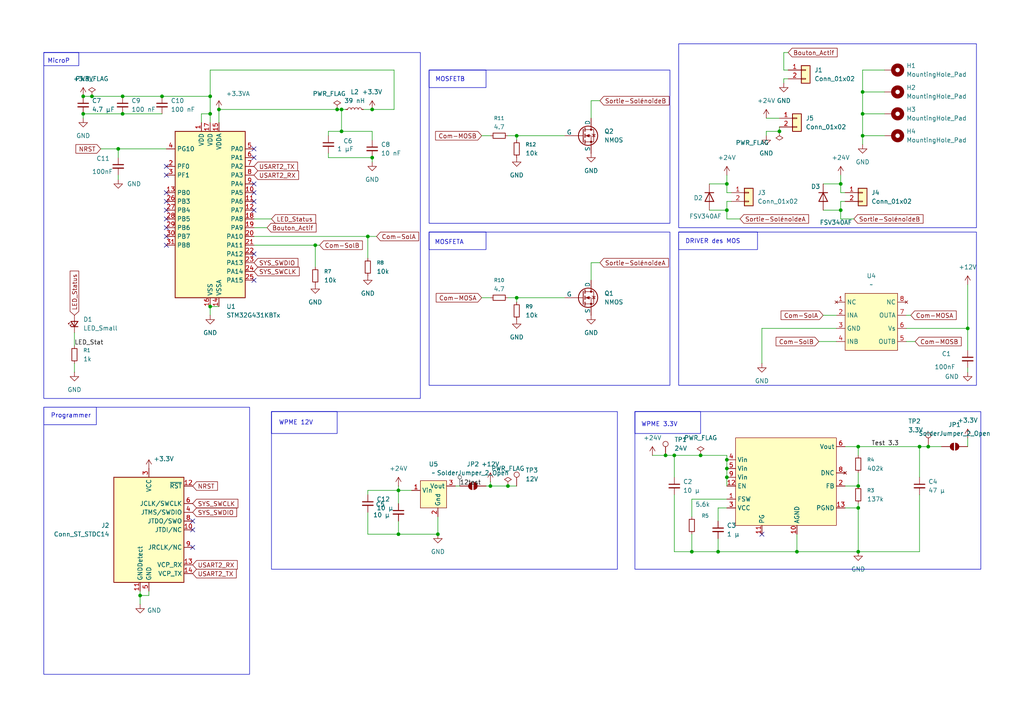
<source format=kicad_sch>
(kicad_sch (version 20250114) (generator "eeschema") (generator_version "9.0")
  (paper "A4")
  (title_block (title "PCB_Solénoide") (company "ENSEA") (comment 1 "Léonard Navizet") (comment 2 "Johan Mansard") (comment 3 "Julie Deissard-Decot") (comment 4 "Maxime Beltoise"))
  (lib_symbols
    (symbol "Connector:Conn_ST_STDC14"
      (property "Reference" "J" (at -8.89 16.51 0))
      (property "Value" "Conn_ST_STDC14" (at 17.78 16.51 0))
      (symbol "Conn_ST_STDC14_1_1"
        (pin no_connect line (at -10.16 5.08 0) (length 2.54) (hide yes) (name "NC") (number "1"))
        (pin no_connect line (at -10.16 2.54 0) (length 2.54) (hide yes) (name "NC") (number "2"))
        (pin passive line (at -2.54 -17.78 90) (length 2.54) (name "GNDDetect") (number "11"))
        (pin power_in line (at 0 17.78 270) (length 2.54) (name "VCC") (number "3"))
        (pin power_in line (at 0 -17.78 90) (length 2.54) (name "GND") (number "5"))
        (pin passive line (at 0 -17.78 90) (length 2.54) (hide yes) (name "GND") (number "7"))
        (pin open_collector line (at 12.7 12.7 180) (length 2.54) (name "~{RST}") (number "12"))
        (pin output line (at 12.7 7.62 180) (length 2.54) (name "JCLK/SWCLK") (number "6"))
        (pin bidirectional line (at 12.7 5.08 180) (length 2.54) (name "JTMS/SWDIO") (number "4"))
        (pin input line (at 12.7 2.54 180) (length 2.54) (name "JTDO/SWO") (number "8"))
        (pin output line (at 12.7 0 180) (length 2.54) (name "JTDI/NC") (number "10"))
        (pin input line (at 12.7 -5.08 180) (length 2.54) (name "JRCLK/NC") (number "9"))
        (pin output line (at 12.7 -10.16 180) (length 2.54) (name "VCP_RX") (number "13"))
        (pin input line (at 12.7 -12.7 180) (length 2.54) (name "VCP_TX") (number "14"))
      )
    )
    (symbol "Connector:TestPoint" (pin_numbers (hide yes)) (pin_names (offset 0.762) (hide yes))
      (property "Reference" "TP" (at 0 6.858 0))
      (property "Value" "TestPoint" (at 0 5.08 0))
      (symbol "TestPoint_1_1"
        (pin passive line (at 0 0 90) (length 2.54) (name "1") (number "1"))
      )
    )
    (symbol "Connector_Generic:Conn_01x02" (pin_names (offset 1.016) (hide yes))
      (property "Reference" "J" (at 0 2.54 0))
      (property "Value" "Conn_01x02" (at 0 -5.08 0))
      (symbol "Conn_01x02_1_1"
        (pin passive line (at -5.08 0 0) (length 3.81) (name "Pin_1") (number "1"))
        (pin passive line (at -5.08 -2.54 0) (length 3.81) (name "Pin_2") (number "2"))
      )
    )
    (symbol "Device:C_Small" (pin_numbers (hide yes)) (pin_names (offset 0.254) (hide yes))
      (property "Reference" "C" (at 0.254 1.778 0))
      (property "Value" "C_Small" (at 0.254 -2.032 0))
      (symbol "C_Small_1_1"
        (pin passive line (at 0 2.54 270) (length 2.032) (name "~") (number "1"))
        (pin passive line (at 0 -2.54 90) (length 2.032) (name "~") (number "2"))
      )
    )
    (symbol "Device:LED_Small" (pin_numbers (hide yes)) (pin_names (offset 0.254) (hide yes))
      (property "Reference" "D" (at -1.27 3.175 0))
      (property "Value" "LED_Small" (at -4.445 -2.54 0))
      (symbol "LED_Small_1_1"
        (pin passive line (at -2.54 0 0) (length 1.778) (name "K") (number "1"))
        (pin passive line (at 2.54 0 180) (length 1.778) (name "A") (number "2"))
      )
    )
    (symbol "Device:L_Small" (pin_numbers (hide yes)) (pin_names (offset 0.254) (hide yes))
      (property "Reference" "L" (at 0.762 1.016 0))
      (property "Value" "L_Small" (at 0.762 -1.016 0))
      (symbol "L_Small_1_1"
        (pin passive line (at 0 2.54 270) (length 0.508) (name "~") (number "1"))
        (pin passive line (at 0 -2.54 90) (length 0.508) (name "~") (number "2"))
      )
    )
    (symbol "Diode:1N4148WS" (pin_numbers (hide yes)) (pin_names (hide yes))
      (property "Reference" "D" (at 0 2.54 0))
      (property "Value" "1N4148WS" (at 0 -2.54 0))
      (symbol "1N4148WS_1_1"
        (pin passive line (at -3.81 0 0) (length 2.54) (name "K") (number "1"))
        (pin passive line (at 3.81 0 180) (length 2.54) (name "A") (number "2"))
      )
    )
    (symbol "Jumper:SolderJumper_2_Open" (pin_numbers (hide yes)) (pin_names (offset 0) (hide yes)) (in_bom no)
      (property "Reference" "JP" (at 0 2.032 0))
      (property "Value" "SolderJumper_2_Open" (at 0 -2.54 0))
      (symbol "SolderJumper_2_Open_1_1"
        (pin passive line (at -3.81 0 0) (length 2.54) (name "A") (number "1"))
        (pin passive line (at 3.81 0 180) (length 2.54) (name "B") (number "2"))
      )
    )
    (symbol "Lib:173951275_"
      (property "Reference" "U5" (at 0 7.62 0))
      (property "Value" "~" (at 0 5.08 0))
      (symbol "173951275__1_1"
        (pin power_in line (at -6.35 0 0) (length 2.54) (name "Vin") (number "1"))
        (pin passive line (at 1.27 -7.62 90) (length 2.54) (name "Gnd") (number "2"))
        (pin power_out line (at 6.35 1.27 180) (length 2.54) (name "Vout") (number "3"))
      )
    )
    (symbol "Lib:MCP1640x-xMC"
      (symbol "MCP1640x-xMC_1_1"
        (pin power_in line (at -20.32 101.6 0) (length 2.54) (name "Vin") (number "4"))
        (pin power_in line (at -20.32 99.06 0) (length 2.54) (name "Vin") (number "5"))
        (pin power_in line (at -20.32 96.52 0) (length 2.54) (name "Vin") (number "9"))
        (pin input line (at -20.32 93.98 0) (length 2.54) (name "EN") (number "12"))
        (pin input line (at -20.32 90.17 0) (length 2.54) (name "FSW") (number "1"))
        (pin power_out line (at -20.32 87.63 0) (length 2.54) (name "VCC") (number "3"))
        (pin output line (at -10.16 80.01 90) (length 2.54) (name "PG") (number "11"))
        (pin power_in line (at 0 80.01 90) (length 2.54) (name "AGND") (number "10"))
        (pin power_out line (at 13.97 105.41 180) (length 2.54) (name "Vout") (number "6"))
        (pin power_out line (at 13.97 105.41 180) (length 2.54) (hide yes) (name "Vout") (number "7"))
        (pin no_connect line (at 13.97 97.79 180) (length 2.54) (name "DNC") (number "8"))
        (pin input line (at 13.97 93.98 180) (length 2.54) (name "FB") (number "2"))
        (pin passive line (at 13.97 87.63 180) (length 2.54) (name "PGND") (number "13"))
      )
    )
    (symbol "Lib:MIC4426"
      (property "Reference" "U4" (at 0 12.7 0))
      (property "Value" "~" (at 0 10.16 0))
      (symbol "MIC4426_1_1"
        (pin no_connect line (at -10.16 5.08 0) (length 2.54) (name "NC") (number "1"))
        (pin input line (at -10.16 1.27 0) (length 2.54) (name "INA") (number "2"))
        (pin input line (at -10.16 -2.54 0) (length 2.54) (name "GND") (number "3"))
        (pin input line (at -10.16 -6.35 0) (length 2.54) (name "INB") (number "4"))
        (pin no_connect line (at 10.16 5.08 180) (length 2.54) (name "NC") (number "8"))
        (pin output line (at 10.16 1.27 180) (length 2.54) (name "OUTA") (number "7"))
        (pin input line (at 10.16 -2.54 180) (length 2.54) (name "Vs") (number "6"))
        (pin output line (at 10.16 -6.35 180) (length 2.54) (name "OUTB") (number "5"))
      )
    )
    (symbol "MCU_ST_STM32G4:STM32G431KBTx"
      (property "Reference" "U" (at -10.16 26.67 0))
      (property "Value" "STM32G431KBTx" (at 5.08 26.67 0))
      (symbol "STM32G431KBTx_1_1"
        (pin bidirectional line (at -12.7 20.32 0) (length 2.54) (name "PG10") (number "4"))
        (pin bidirectional line (at -12.7 15.24 0) (length 2.54) (name "PF0") (number "2"))
        (pin bidirectional line (at -12.7 12.7 0) (length 2.54) (name "PF1") (number "3"))
        (pin bidirectional line (at -12.7 7.62 0) (length 2.54) (name "PB0") (number "13"))
        (pin bidirectional line (at -12.7 5.08 0) (length 2.54) (name "PB3") (number "26"))
        (pin bidirectional line (at -12.7 2.54 0) (length 2.54) (name "PB4") (number "27"))
        (pin bidirectional line (at -12.7 0 0) (length 2.54) (name "PB5") (number "28"))
        (pin bidirectional line (at -12.7 -2.54 0) (length 2.54) (name "PB6") (number "29"))
        (pin bidirectional line (at -12.7 -5.08 0) (length 2.54) (name "PB7") (number "30"))
        (pin bidirectional line (at -12.7 -7.62 0) (length 2.54) (name "PB8") (number "31"))
        (pin power_in line (at -2.54 27.94 270) (length 2.54) (name "VDD") (number "1"))
        (pin power_in line (at 0 27.94 270) (length 2.54) (name "VDD") (number "17"))
        (pin power_in line (at 0 -25.4 90) (length 2.54) (name "VSS") (number "16"))
        (pin passive line (at 0 -25.4 90) (length 2.54) (hide yes) (name "VSS") (number "32"))
        (pin power_in line (at 2.54 27.94 270) (length 2.54) (name "VDDA") (number "15"))
        (pin power_in line (at 2.54 -25.4 90) (length 2.54) (name "VSSA") (number "14"))
        (pin bidirectional line (at 12.7 20.32 180) (length 2.54) (name "PA0") (number "5"))
        (pin bidirectional line (at 12.7 17.78 180) (length 2.54) (name "PA1") (number "6"))
        (pin bidirectional line (at 12.7 15.24 180) (length 2.54) (name "PA2") (number "7"))
        (pin bidirectional line (at 12.7 12.7 180) (length 2.54) (name "PA3") (number "8"))
        (pin bidirectional line (at 12.7 10.16 180) (length 2.54) (name "PA4") (number "9"))
        (pin bidirectional line (at 12.7 7.62 180) (length 2.54) (name "PA5") (number "10"))
        (pin bidirectional line (at 12.7 5.08 180) (length 2.54) (name "PA6") (number "11"))
        (pin bidirectional line (at 12.7 2.54 180) (length 2.54) (name "PA7") (number "12"))
        (pin bidirectional line (at 12.7 0 180) (length 2.54) (name "PA8") (number "18"))
        (pin bidirectional line (at 12.7 -2.54 180) (length 2.54) (name "PA9") (number "19"))
        (pin bidirectional line (at 12.7 -5.08 180) (length 2.54) (name "PA10") (number "20"))
        (pin bidirectional line (at 12.7 -7.62 180) (length 2.54) (name "PA11") (number "21"))
        (pin bidirectional line (at 12.7 -10.16 180) (length 2.54) (name "PA12") (number "22"))
        (pin bidirectional line (at 12.7 -12.7 180) (length 2.54) (name "PA13") (number "23"))
        (pin bidirectional line (at 12.7 -15.24 180) (length 2.54) (name "PA14") (number "24"))
        (pin bidirectional line (at 12.7 -17.78 180) (length 2.54) (name "PA15") (number "25"))
      )
    )
    (symbol "Mechanical:MountingHole_Pad" (pin_numbers (hide yes)) (pin_names (offset 1.016) (hide yes)) (exclude_from_sim yes) (in_bom no)
      (property "Reference" "H" (at 0 6.35 0))
      (property "Value" "MountingHole_Pad" (at 0 4.445 0))
      (symbol "MountingHole_Pad_1_1"
        (pin input line (at 0 -2.54 90) (length 2.54) (name "1") (number "1"))
      )
    )
    (symbol "R_Small_1" (pin_numbers (hide yes)) (pin_names (offset 0.254) (hide yes))
      (property "Reference" "R" (at 0 0 90))
      (property "Value" "R_Small" (at 1.778 0 90))
      (symbol "R_Small_1_1_1"
        (pin passive line (at 0 2.54 270) (length 0.762) (name "~") (number "1"))
        (pin passive line (at 0 -2.54 90) (length 0.762) (name "~") (number "2"))
      )
    )
    (symbol "R_Small_2" (pin_numbers (hide yes)) (pin_names (offset 0.254) (hide yes))
      (property "Reference" "R" (at 0 0 90))
      (property "Value" "R_Small" (at 1.778 0 90))
      (symbol "R_Small_2_1_1"
        (pin passive line (at 0 2.54 270) (length 0.762) (name "~") (number "1"))
        (pin passive line (at 0 -2.54 90) (length 0.762) (name "~") (number "2"))
      )
    )
    (symbol "Simulation_SPICE:NMOS" (pin_numbers (hide yes)) (pin_names (offset 0))
      (property "Reference" "Q" (at 5.08 1.27 0))
      (property "Value" "NMOS" (at 5.08 -1.27 0))
      (symbol "NMOS_1_1"
        (pin input line (at -5.08 0 0) (length 2.54) (name "G") (number "2"))
        (pin passive line (at 2.54 5.08 270) (length 2.54) (name "D") (number "1"))
        (pin passive line (at 2.54 -5.08 90) (length 2.54) (name "S") (number "3"))
      )
    )
    (symbol "power:+12V" (power) (pin_numbers (hide yes)) (pin_names (offset 0) (hide yes))
      (property "Value" "+12V" (at 0 3.556 0))
      (symbol "+12V_1_1"
        (pin power_in line (at 0 0 90) (length 0) (name "~") (number "1"))
      )
    )
    (symbol "power:+24V" (power) (pin_numbers (hide yes)) (pin_names (offset 0) (hide yes))
      (property "Value" "+24V" (at 0 3.556 0))
      (symbol "+24V_1_1"
        (pin power_in line (at 0 0 90) (length 0) (name "~") (number "1"))
      )
    )
    (symbol "power:+3.3V" (power) (pin_numbers (hide yes)) (pin_names (offset 0) (hide yes))
      (property "Value" "+3.3V" (at 0 3.556 0))
      (symbol "+3.3V_1_1"
        (pin power_in line (at 0 0 90) (length 0) (name "~") (number "1"))
      )
    )
    (symbol "power:+3.3VA" (power) (pin_numbers (hide yes)) (pin_names (offset 0) (hide yes))
      (property "Value" "+3.3VA" (at 0 3.556 0))
      (symbol "+3.3VA_1_1"
        (pin power_in line (at 0 0 90) (length 0) (name "~") (number "1"))
      )
    )
    (symbol "power:GND" (power) (pin_numbers (hide yes)) (pin_names (offset 0) (hide yes))
      (property "Value" "GND" (at 0 -3.81 0))
      (symbol "GND_1_1"
        (pin power_in line (at 0 0 270) (length 0) (name "~") (number "1"))
      )
    )
    (symbol "power:PWR_FLAG" (power) (pin_numbers (hide yes)) (pin_names (offset 0) (hide yes))
      (property "Value" "PWR_FLAG" (at 0 3.81 0))
      (symbol "PWR_FLAG_0_0"
        (pin power_out line (at 0 0 90) (length 0) (name "~") (number "1"))
      )
    )
  )
  (rectangle (start 78.74 119.38) (end 179.07 165.1))
  (rectangle (start 124.46 67.31) (end 194.31 111.76))
  (rectangle (start 184.15 119.38) (end 203.2 125.73))
  (rectangle (start 124.46 20.32) (end 140.97 25.4))
  (rectangle (start 196.85 67.31) (end 219.71 72.39))
  (rectangle (start 12.7 118.11) (end 27.94 123.19))
  (rectangle (start 184.15 119.38) (end 284.48 165.1))
  (rectangle (start 124.46 67.31) (end 140.97 72.39))
  (rectangle (start 12.7 15.24) (end 22.86 19.05))
  (rectangle (start 196.85 12.7) (end 283.21 66.04))
  (rectangle (start 12.7 118.11) (end 72.39 195.58))
  (rectangle (start 78.74 119.38) (end 97.79 125.73))
  (rectangle (start 12.7 15.24) (end 121.92 115.57))
  (rectangle (start 124.46 20.32) (end 194.31 64.77))
  (rectangle (start 196.85 67.31) (end 283.21 111.76))
  (text "MOSFETB\n\n" (at 130.556 24.13 0) (effects (font (size 1.27 1.27))))
  (text "WPME 3.3V\n\n" (at 191.262 124.206 0) (effects (font (size 1.27 1.27))))
  (text "WPME 12V\n\n" (at 85.852 123.698 0) (effects (font (size 1.27 1.27))))
  (text "DRIVER des MOS\n\n" (at 206.756 71.12 0) (effects (font (size 1.27 1.27))))
  (text "MicroP\n" (at 17.018 17.78 0) (effects (font (size 1.27 1.27))))
  (text "MOSFETA\n" (at 130.302 70.358 0) (effects (font (size 1.27 1.27))))
  (text "Programmer\n" (at 20.574 120.65 0) (effects (font (size 1.27 1.27))))
  (junction (at 210.82 53.34))
  (junction (at 115.57 154.94))
  (junction (at 97.79 31.75))
  (junction (at 149.86 86.36))
  (junction (at 243.84 53.34))
  (junction (at 99.06 31.75))
  (junction (at 115.57 142.24))
  (junction (at 210.82 133.35))
  (junction (at 248.92 140.97))
  (junction (at 142.24 140.97))
  (junction (at 231.14 160.02))
  (junction (at 35.56 27.94))
  (junction (at 149.86 39.37))
  (junction (at 26.67 27.94))
  (junction (at 60.96 27.94))
  (junction (at 107.95 31.75))
  (junction (at 107.95 45.72))
  (junction (at 193.04 132.08))
  (junction (at 203.2 132.08))
  (junction (at 24.13 27.94))
  (junction (at 60.96 33.02))
  (junction (at 35.56 33.02))
  (junction (at 24.13 33.02))
  (junction (at 91.44 71.12))
  (junction (at 248.92 160.02))
  (junction (at 248.92 147.32))
  (junction (at 243.84 60.96))
  (junction (at 34.29 43.18))
  (junction (at 226.06 38.1))
  (junction (at 40.64 172.72))
  (junction (at 248.92 129.54))
  (junction (at 269.24 129.54))
  (junction (at 99.06 38.1))
  (junction (at 208.28 160.02))
  (junction (at 147.32 140.97))
  (junction (at 106.68 68.58))
  (junction (at 210.82 138.43))
  (junction (at 200.66 160.02))
  (junction (at 280.67 95.25))
  (junction (at 250.19 33.02))
  (junction (at 250.19 39.37))
  (junction (at 250.19 26.67))
  (junction (at 63.5 31.75))
  (junction (at 210.82 60.96))
  (junction (at 46.99 27.94))
  (junction (at 266.7 129.54))
  (junction (at 60.96 88.9))
  (junction (at 210.82 135.89))
  (junction (at 127 154.94))
  (junction (at 195.58 132.08))
  (no_connect (at 73.66 60.96))
  (no_connect (at 55.88 153.67))
  (no_connect (at 220.98 154.94))
  (no_connect (at 55.88 158.75))
  (no_connect (at 48.26 48.26))
  (no_connect (at 48.26 71.12))
  (no_connect (at 48.26 68.58))
  (no_connect (at 73.66 58.42))
  (no_connect (at 73.66 81.28))
  (no_connect (at 48.26 60.96))
  (no_connect (at 48.26 50.8))
  (no_connect (at 48.26 66.04))
  (no_connect (at 48.26 63.5))
  (no_connect (at 48.26 58.42))
  (no_connect (at 48.26 55.88))
  (no_connect (at 55.88 151.13))
  (no_connect (at 73.66 45.72))
  (no_connect (at 73.66 43.18))
  (no_connect (at 73.66 73.66))
  (no_connect (at 73.66 55.88))
  (no_connect (at 73.66 53.34))
  (wire (pts (xy 250.19 20.32) (xy 250.19 26.67)))
  (wire (pts (xy 243.84 50.8) (xy 243.84 53.34)))
  (wire (pts (xy 29.21 43.18) (xy 34.29 43.18)))
  (wire (pts (xy 245.11 147.32) (xy 248.92 147.32)))
  (wire (pts (xy 226.06 38.1) (xy 222.25 38.1)))
  (wire (pts (xy 139.7 86.36) (xy 142.24 86.36)))
  (wire (pts (xy 266.7 129.54) (xy 266.7 138.43)))
  (wire (pts (xy 149.86 39.37) (xy 163.83 39.37)))
  (wire (pts (xy 195.58 132.08) (xy 195.58 138.43)))
  (wire (pts (xy 149.86 86.36) (xy 147.32 86.36)))
  (wire (pts (xy 139.7 39.37) (xy 142.24 39.37)))
  (wire (pts (xy 43.18 171.45) (xy 43.18 172.72)))
  (wire (pts (xy 34.29 43.18) (xy 48.26 43.18)))
  (wire (pts (xy 149.86 39.37) (xy 149.86 40.64)))
  (wire (pts (xy 256.54 26.67) (xy 250.19 26.67)))
  (wire (pts (xy 266.7 129.54) (xy 269.24 129.54)))
  (wire (pts (xy 269.24 129.54) (xy 273.05 129.54)))
  (wire (pts (xy 210.82 60.96) (xy 210.82 63.5)))
  (wire (pts (xy 40.64 172.72) (xy 40.64 175.26)))
  (wire (pts (xy 107.95 31.75) (xy 114.3 31.75)))
  (wire (pts (xy 106.68 148.59) (xy 106.68 154.94)))
  (wire (pts (xy 248.92 129.54) (xy 248.92 132.08)))
  (wire (pts (xy 24.13 33.02) (xy 35.56 33.02)))
  (wire (pts (xy 63.5 31.75) (xy 97.79 31.75)))
  (wire (pts (xy 245.11 140.97) (xy 248.92 140.97)))
  (wire (pts (xy 149.86 86.36) (xy 149.86 87.63)))
  (wire (pts (xy 238.76 53.34) (xy 243.84 53.34)))
  (wire (pts (xy 77.47 66.04) (xy 73.66 66.04)))
  (wire (pts (xy 264.16 91.44) (xy 262.89 91.44)))
  (wire (pts (xy 262.89 99.06) (xy 265.43 99.06)))
  (wire (pts (xy 43.18 172.72) (xy 40.64 172.72)))
  (wire (pts (xy 210.82 135.89) (xy 210.82 138.43)))
  (wire (pts (xy 115.57 142.24) (xy 115.57 140.97)))
  (wire (pts (xy 210.82 133.35) (xy 210.82 135.89)))
  (wire (pts (xy 99.06 31.75) (xy 99.06 38.1)))
  (wire (pts (xy 228.6 22.86) (xy 227.33 22.86)))
  (wire (pts (xy 256.54 20.32) (xy 250.19 20.32)))
  (wire (pts (xy 140.97 140.97) (xy 142.24 140.97)))
  (wire (pts (xy 109.22 68.58) (xy 106.68 68.58)))
  (wire (pts (xy 212.09 58.42) (xy 210.82 58.42)))
  (wire (pts (xy 35.56 27.94) (xy 46.99 27.94)))
  (wire (pts (xy 58.42 33.02) (xy 58.42 35.56)))
  (wire (pts (xy 95.25 44.45) (xy 95.25 45.72)))
  (wire (pts (xy 106.68 142.24) (xy 106.68 143.51)))
  (wire (pts (xy 210.82 132.08) (xy 210.82 133.35)))
  (wire (pts (xy 34.29 50.8) (xy 34.29 52.07)))
  (wire (pts (xy 222.25 34.29) (xy 226.06 34.29)))
  (wire (pts (xy 280.67 106.68) (xy 280.67 107.95)))
  (wire (pts (xy 171.45 76.2) (xy 171.45 81.28)))
  (wire (pts (xy 21.59 96.52) (xy 21.59 100.33)))
  (wire (pts (xy 115.57 142.24) (xy 119.38 142.24)))
  (wire (pts (xy 200.66 144.78) (xy 200.66 149.86)))
  (wire (pts (xy 266.7 160.02) (xy 248.92 160.02)))
  (wire (pts (xy 210.82 53.34) (xy 210.82 55.88)))
  (wire (pts (xy 200.66 154.94) (xy 200.66 160.02)))
  (wire (pts (xy 147.32 140.97) (xy 149.86 140.97)))
  (wire (pts (xy 238.76 91.44) (xy 242.57 91.44)))
  (wire (pts (xy 227.33 20.32) (xy 228.6 20.32)))
  (wire (pts (xy 195.58 160.02) (xy 195.58 143.51)))
  (wire (pts (xy 193.04 132.08) (xy 195.58 132.08)))
  (wire (pts (xy 256.54 33.02) (xy 250.19 33.02)))
  (wire (pts (xy 115.57 146.05) (xy 115.57 142.24)))
  (wire (pts (xy 115.57 151.13) (xy 115.57 154.94)))
  (wire (pts (xy 78.74 63.5) (xy 73.66 63.5)))
  (wire (pts (xy 243.84 60.96) (xy 243.84 63.5)))
  (wire (pts (xy 149.86 39.37) (xy 147.32 39.37)))
  (wire (pts (xy 60.96 88.9) (xy 60.96 91.44)))
  (wire (pts (xy 208.28 160.02) (xy 231.14 160.02)))
  (wire (pts (xy 40.64 171.45) (xy 40.64 172.72)))
  (wire (pts (xy 210.82 50.8) (xy 210.82 53.34)))
  (wire (pts (xy 245.11 58.42) (xy 243.84 58.42)))
  (wire (pts (xy 205.74 60.96) (xy 210.82 60.96)))
  (wire (pts (xy 250.19 39.37) (xy 256.54 39.37)))
  (wire (pts (xy 250.19 33.02) (xy 250.19 39.37)))
  (wire (pts (xy 106.68 154.94) (xy 115.57 154.94)))
  (wire (pts (xy 208.28 147.32) (xy 208.28 151.13)))
  (wire (pts (xy 189.23 132.08) (xy 193.04 132.08)))
  (wire (pts (xy 262.89 95.25) (xy 280.67 95.25)))
  (wire (pts (xy 245.11 129.54) (xy 248.92 129.54)))
  (wire (pts (xy 243.84 58.42) (xy 243.84 60.96)))
  (wire (pts (xy 231.14 154.94) (xy 231.14 160.02)))
  (wire (pts (xy 34.29 43.18) (xy 34.29 45.72)))
  (wire (pts (xy 60.96 35.56) (xy 60.96 33.02)))
  (wire (pts (xy 220.98 105.41) (xy 220.98 95.25)))
  (wire (pts (xy 24.13 27.94) (xy 26.67 27.94)))
  (wire (pts (xy 73.66 71.12) (xy 91.44 71.12)))
  (wire (pts (xy 21.59 107.95) (xy 21.59 105.41)))
  (wire (pts (xy 280.67 127) (xy 280.67 129.54)))
  (wire (pts (xy 195.58 132.08) (xy 203.2 132.08)))
  (wire (pts (xy 228.6 15.24) (xy 227.33 15.24)))
  (wire (pts (xy 248.92 129.54) (xy 266.7 129.54)))
  (wire (pts (xy 26.67 27.94) (xy 35.56 27.94)))
  (wire (pts (xy 60.96 20.32) (xy 114.3 20.32)))
  (wire (pts (xy 227.33 15.24) (xy 227.33 20.32)))
  (wire (pts (xy 60.96 33.02) (xy 58.42 33.02)))
  (wire (pts (xy 107.95 40.64) (xy 107.95 38.1)))
  (wire (pts (xy 106.68 68.58) (xy 106.68 74.93)))
  (wire (pts (xy 133.35 140.97) (xy 132.08 140.97)))
  (wire (pts (xy 24.13 33.02) (xy 24.13 34.29)))
  (wire (pts (xy 60.96 33.02) (xy 60.96 27.94)))
  (wire (pts (xy 97.79 31.75) (xy 99.06 31.75)))
  (wire (pts (xy 208.28 147.32) (xy 210.82 147.32)))
  (wire (pts (xy 114.3 20.32) (xy 114.3 31.75)))
  (wire (pts (xy 60.96 27.94) (xy 60.96 20.32)))
  (wire (pts (xy 173.99 76.2) (xy 171.45 76.2)))
  (wire (pts (xy 107.95 38.1) (xy 99.06 38.1)))
  (wire (pts (xy 222.25 38.1) (xy 222.25 39.37)))
  (wire (pts (xy 203.2 132.08) (xy 210.82 132.08)))
  (wire (pts (xy 63.5 31.75) (xy 63.5 35.56)))
  (wire (pts (xy 171.45 29.21) (xy 171.45 34.29)))
  (wire (pts (xy 91.44 71.12) (xy 92.71 71.12)))
  (wire (pts (xy 107.95 45.72) (xy 107.95 46.99)))
  (wire (pts (xy 142.24 140.97) (xy 142.24 139.7)))
  (wire (pts (xy 227.33 22.86) (xy 227.33 24.13)))
  (wire (pts (xy 205.74 53.34) (xy 210.82 53.34)))
  (wire (pts (xy 266.7 143.51) (xy 266.7 160.02)))
  (wire (pts (xy 115.57 154.94) (xy 127 154.94)))
  (wire (pts (xy 237.49 99.06) (xy 242.57 99.06)))
  (wire (pts (xy 248.92 146.05) (xy 248.92 147.32)))
  (wire (pts (xy 250.19 39.37) (xy 250.19 41.91)))
  (wire (pts (xy 95.25 45.72) (xy 107.95 45.72)))
  (wire (pts (xy 248.92 147.32) (xy 248.92 160.02)))
  (wire (pts (xy 208.28 156.21) (xy 208.28 160.02)))
  (wire (pts (xy 142.24 140.97) (xy 147.32 140.97)))
  (wire (pts (xy 173.99 29.21) (xy 171.45 29.21)))
  (wire (pts (xy 106.68 68.58) (xy 73.66 68.58)))
  (wire (pts (xy 248.92 137.16) (xy 248.92 140.97)))
  (wire (pts (xy 226.06 38.1) (xy 226.06 36.83)))
  (wire (pts (xy 280.67 82.55) (xy 280.67 95.25)))
  (wire (pts (xy 247.65 63.5) (xy 243.84 63.5)))
  (wire (pts (xy 220.98 95.25) (xy 242.57 95.25)))
  (wire (pts (xy 200.66 160.02) (xy 208.28 160.02)))
  (wire (pts (xy 231.14 160.02) (xy 248.92 160.02)))
  (wire (pts (xy 99.06 38.1) (xy 95.25 38.1)))
  (wire (pts (xy 243.84 55.88) (xy 245.11 55.88)))
  (wire (pts (xy 115.57 142.24) (xy 106.68 142.24)))
  (wire (pts (xy 210.82 55.88) (xy 212.09 55.88)))
  (wire (pts (xy 200.66 144.78) (xy 210.82 144.78)))
  (wire (pts (xy 214.63 63.5) (xy 210.82 63.5)))
  (wire (pts (xy 99.06 31.75) (xy 100.33 31.75)))
  (wire (pts (xy 60.96 88.9) (xy 63.5 88.9)))
  (wire (pts (xy 105.41 31.75) (xy 107.95 31.75)))
  (wire (pts (xy 95.25 38.1) (xy 95.25 39.37)))
  (wire (pts (xy 149.86 86.36) (xy 163.83 86.36)))
  (wire (pts (xy 35.56 33.02) (xy 46.99 33.02)))
  (wire (pts (xy 243.84 53.34) (xy 243.84 55.88)))
  (wire (pts (xy 210.82 138.43) (xy 210.82 140.97)))
  (wire (pts (xy 280.67 95.25) (xy 280.67 101.6)))
  (wire (pts (xy 195.58 160.02) (xy 200.66 160.02)))
  (wire (pts (xy 250.19 26.67) (xy 250.19 33.02)))
  (wire (pts (xy 127 154.94) (xy 127 149.86)))
  (wire (pts (xy 210.82 58.42) (xy 210.82 60.96)))
  (wire (pts (xy 46.99 27.94) (xy 60.96 27.94)))
  (wire (pts (xy 91.44 71.12) (xy 91.44 77.47)))
  (wire (pts (xy 238.76 60.96) (xy 243.84 60.96)))
  (label "Test 3.3" (at 252.73 129.54 0))
  (label "LED_Stat" (at 21.59 100.33 0))
  (label "12test" (at 133.35 140.97 0))
  (global_label "Com-SolB" (shape input) (at 92.71 71.12 0) (property "Intersheetrefs" "${INTERSHEET_REFS}" (effects (hide yes))))
  (global_label "NRST" (shape input) (at 29.21 43.18 180) (property "Intersheetrefs" "${INTERSHEET_REFS}" (effects (hide yes))))
  (global_label "USART2_RX" (shape input) (at 55.88 163.83 0) (property "Intersheetrefs" "${INTERSHEET_REFS}" (effects (hide yes))))
  (global_label "USART2_RX" (shape input) (at 73.66 50.8 0) (property "Intersheetrefs" "${INTERSHEET_REFS}" (effects (hide yes))))
  (global_label "LED_Status" (shape input) (at 21.59 91.44 90) (property "Intersheetrefs" "${INTERSHEET_REFS}" (effects (hide yes))))
  (global_label "Sortie-SolénoideB" (shape input) (at 247.65 63.5 0) (property "Intersheetrefs" "${INTERSHEET_REFS}" (effects (hide yes))))
  (global_label "Com-MOSA" (shape input) (at 139.7 86.36 180) (property "Intersheetrefs" "${INTERSHEET_REFS}" (effects (hide yes))))
  (global_label "SYS_SWDIO" (shape input) (at 73.66 76.2 0) (property "Intersheetrefs" "${INTERSHEET_REFS}" (effects (hide yes))))
  (global_label "Com-SolA" (shape input) (at 238.76 91.44 180) (property "Intersheetrefs" "${INTERSHEET_REFS}" (effects (hide yes))))
  (global_label "Sortie-SolénoideA" (shape input) (at 214.63 63.5 0) (property "Intersheetrefs" "${INTERSHEET_REFS}" (effects (hide yes))))
  (global_label "Sortie-SolénoideB" (shape input) (at 173.99 29.21 0) (property "Intersheetrefs" "${INTERSHEET_REFS}" (effects (hide yes))))
  (global_label "Com-MOSB" (shape input) (at 139.7 39.37 180) (property "Intersheetrefs" "${INTERSHEET_REFS}" (effects (hide yes))))
  (global_label "Sortie-SolénoideA" (shape input) (at 173.99 76.2 0) (property "Intersheetrefs" "${INTERSHEET_REFS}" (effects (hide yes))))
  (global_label "SYS_SWDIO" (shape input) (at 55.88 148.59 0) (property "Intersheetrefs" "${INTERSHEET_REFS}" (effects (hide yes))))
  (global_label "Com-MOSB" (shape input) (at 265.43 99.06 0) (property "Intersheetrefs" "${INTERSHEET_REFS}" (effects (hide yes))))
  (global_label "USART2_TX" (shape input) (at 55.88 166.37 0) (property "Intersheetrefs" "${INTERSHEET_REFS}" (effects (hide yes))))
  (global_label "NRST" (shape input) (at 55.88 140.97 0) (property "Intersheetrefs" "${INTERSHEET_REFS}" (effects (hide yes))))
  (global_label "Com-SolA" (shape input) (at 109.22 68.58 0) (property "Intersheetrefs" "${INTERSHEET_REFS}" (effects (hide yes))))
  (global_label "Bouton_Actif" (shape input) (at 228.6 15.24 0) (property "Intersheetrefs" "${INTERSHEET_REFS}" (effects (hide yes))))
  (global_label "SYS_SWCLK" (shape input) (at 73.66 78.74 0) (property "Intersheetrefs" "${INTERSHEET_REFS}" (effects (hide yes))))
  (global_label "Com-MOSA" (shape input) (at 264.16 91.44 0) (property "Intersheetrefs" "${INTERSHEET_REFS}" (effects (hide yes))))
  (global_label "USART2_TX" (shape input) (at 73.66 48.26 0) (property "Intersheetrefs" "${INTERSHEET_REFS}" (effects (hide yes))))
  (global_label "Bouton_Actif" (shape input) (at 77.47 66.04 0) (property "Intersheetrefs" "${INTERSHEET_REFS}" (effects (hide yes))))
  (global_label "Com-SolB" (shape input) (at 237.49 99.06 180) (property "Intersheetrefs" "${INTERSHEET_REFS}" (effects (hide yes))))
  (global_label "LED_Status" (shape input) (at 78.74 63.5 0) (property "Intersheetrefs" "${INTERSHEET_REFS}" (effects (hide yes))))
  (global_label "SYS_SWCLK" (shape input) (at 55.88 146.05 0) (property "Intersheetrefs" "${INTERSHEET_REFS}" (effects (hide yes))))
  (netclass_flag "" (length 2.54) (shape round) (at 133.35 140.97 0))
  (symbol (lib_id "Connector_Generic:Conn_01x02") (at 233.68 20.32 0) (unit 1)
    (property "Reference" "J1" (at 236.22 20.3199 0) (effects (justify left)))
    (property "Value" "Conn_01x02" (at 236.22 22.8599 0) (effects (justify left)))
    (property "Footprint" "Connector_JST:JST_XH_B2B-XH-A_1x02_P2.50mm_Vertical" (effects (hide yes)))
    (property "Description" "Generic connector, single row, 01x02, script generated (kicad-library-utils/schlib/autogen/connector/)" (effects (hide yes)))
  )
  (symbol (lib_id "power:GND") (at 280.67 107.95 0) (mirror y) (unit 1)
    (property "Reference" "#PWR030" (effects (hide yes)))
    (property "Value" "GND" (at 278.13 109.2199 0) (effects (justify left)))
    (property "Description" "Power symbol creates a global label with name \"GND\" , ground" (effects (hide yes)))
  )
  (symbol (lib_id "power:GND") (at 91.44 82.55 0) (unit 1)
    (property "Reference" "#PWR025" (effects (hide yes)))
    (property "Value" "GND" (at 91.44 87.63 0))
    (property "Description" "Power symbol creates a global label with name \"GND\" , ground" (effects (hide yes)))
  )
  (symbol (lib_id "power:GND") (at 171.45 91.44 0) (unit 1)
    (property "Reference" "#PWR04" (effects (hide yes)))
    (property "Value" "GND" (at 171.45 96.52 0))
    (property "Description" "Power symbol creates a global label with name \"GND\" , ground" (effects (hide yes)))
  )
  (symbol (lib_id "Device:C_Small") (at 34.29 48.26 0) (unit 1)
    (property "Reference" "C11" (at 27.94 45.974 0) (effects (justify left)))
    (property "Value" "100nF" (at 26.67 49.784 0) (effects (justify left)))
    (property "Footprint" "Capacitor_SMD:C_0603_1608Metric" (effects (hide yes)))
    (property "Description" "Unpolarized capacitor, small symbol" (effects (hide yes)))
  )
  (symbol (lib_id "Device:C_Small") (at 195.58 140.97 0) (unit 1)
    (property "Reference" "C2" (at 198.12 139.7062 0) (effects (justify left)))
    (property "Value" "10 µ" (at 198.12 142.2462 0) (effects (justify left)))
    (property "Footprint" "Capacitor_SMD:C_0603_1608Metric" (effects (hide yes)))
    (property "Description" "Unpolarized capacitor, small symbol" (effects (hide yes)))
  )
  (symbol (lib_id "power:GND") (at 227.33 24.13 0) (unit 1)
    (property "Reference" "#PWR01" (effects (hide yes)))
    (property "Value" "GND" (at 227.33 29.21 0))
    (property "Description" "Power symbol creates a global label with name \"GND\" , ground" (effects (hide yes)))
  )
  (symbol (lib_id "Device:C_Small") (at 107.95 43.18 0) (unit 1)
    (property "Reference" "C8" (at 110.49 41.9162 0) (effects (justify left)))
    (property "Value" "10 nF" (at 110.49 44.4562 0) (effects (justify left)))
    (property "Footprint" "Capacitor_SMD:C_0402_1005Metric" (effects (hide yes)))
    (property "Description" "Unpolarized capacitor, small symbol" (effects (hide yes)))
  )
  (symbol (lib_id "Device:C_Small") (at 208.28 153.67 0) (unit 1)
    (property "Reference" "C3" (at 210.82 152.4062 0) (effects (justify left)))
    (property "Value" "1 µ" (at 210.82 154.9462 0) (effects (justify left)))
    (property "Footprint" "Capacitor_SMD:C_0603_1608Metric" (effects (hide yes)))
    (property "Description" "Unpolarized capacitor, small symbol" (effects (hide yes)))
  )
  (symbol (lib_id "Lib:MIC4426") (at 252.73 92.71 0) (unit 1)
    (property "Reference" "U4" (at 252.73 80.01 0))
    (property "Value" "~" (at 252.73 82.55 0))
    (property "Footprint" "Perso:MIC4426" (effects (hide yes)))
  )
  (symbol (lib_name "R_Small_1") (lib_id "Device:R_Small") (at 248.92 143.51 0) (unit 1)
    (property "Reference" "R3" (at 251.46 142.2399 0) (effects (font (size 1.016 1.016)) (justify left)))
    (property "Value" "137k" (at 251.46 144.7799 0) (effects (justify left)))
    (property "Footprint" "Resistor_SMD:R_0603_1608Metric" (effects (hide yes)))
    (property "Description" "Resistor, small symbol" (effects (hide yes)))
  )
  (symbol (lib_id "power:GND") (at 250.19 41.91 0) (unit 1)
    (property "Reference" "#PWR031" (effects (hide yes)))
    (property "Value" "GND" (at 250.19 46.99 0))
    (property "Description" "Power symbol creates a global label with name \"GND\" , ground" (effects (hide yes)))
  )
  (symbol (lib_id "power:GND") (at 24.13 34.29 0) (unit 1)
    (property "Reference" "#PWR07" (effects (hide yes)))
    (property "Value" "GND" (at 24.13 39.37 0))
    (property "Description" "Power symbol creates a global label with name \"GND\" , ground" (effects (hide yes)))
  )
  (symbol (lib_id "Lib:MCP1640x-xMC") (at 231.14 234.95 0) (unit 1)
    (property "Reference" "U3" (effects (hide yes)))
    (property "Value" "MCP1640x-xMC" (effects (hide yes)))
    (property "Footprint" "Perso:WPME_Magic" (effects (hide yes)))
    (property "Datasheet" "http://ww1.microchip.com/downloads/en/DeviceDoc/20002234D.pdf" (effects (hide yes)))
    (property "Description" "Synchronous Boost Regulator, Adjustable Output 2.0V-5.5V, PWM/PFM True Disconnect, DFN-8" (effects (hide yes)))
  )
  (symbol (lib_id "power:+3.3V") (at 43.18 135.89 0) (unit 1)
    (property "Reference" "#PWR013" (effects (hide yes)))
    (property "Value" "+3.3V" (at 47.498 133.096 0))
    (property "Description" "Power symbol creates a global label with name \"+3.3V\"" (effects (hide yes)))
  )
  (symbol (lib_id "Simulation_SPICE:NMOS") (at 168.91 86.36 0) (unit 1)
    (property "Reference" "Q1" (at 175.26 85.0899 0) (effects (justify left)))
    (property "Value" "NMOS" (at 175.26 87.6299 0) (effects (justify left)))
    (property "Footprint" "Package_TO_SOT_SMD:TO-263-3_TabPin2" (effects (hide yes)))
    (property "Datasheet" "https://ngspice.sourceforge.io/docs/ngspice-html-manual/manual.xhtml#cha_MOSFETs" (effects (hide yes)))
    (property "Description" "N-MOSFET transistor, drain/source/gate" (effects (hide yes)))
    (property "Sim.Device" "NMOS" (effects (hide yes)))
    (property "Sim.Type" "VDMOS" (effects (hide yes)))
    (property "Sim.Pins" "1=D 2=G 3=S" (effects (hide yes)))
  )
  (symbol (lib_id "power:GND") (at 248.92 160.02 0) (unit 1)
    (property "Reference" "#PWR016" (effects (hide yes)))
    (property "Value" "GND" (at 248.92 165.1 0))
    (property "Description" "Power symbol creates a global label with name \"GND\" , ground" (effects (hide yes)))
  )
  (symbol (lib_id "Device:LED_Small") (at 21.59 93.98 90) (unit 1)
    (property "Reference" "D1" (at 24.13 92.6464 90) (effects (justify right)))
    (property "Value" "LED_Small" (at 24.13 95.1864 90) (effects (justify right)))
    (property "Footprint" "LED_SMD:LED_0603_1608Metric" (effects (hide yes)))
    (property "Description" "Light emitting diode, small symbol" (effects (hide yes)))
    (property "Sim.Pin" "1=K 2=A" (effects (hide yes)))
  )
  (symbol (lib_id "power:GND") (at 40.64 175.26 0) (unit 1)
    (property "Reference" "#PWR012" (effects (hide yes)))
    (property "Value" "GND" (at 44.704 177.038 0))
    (property "Description" "Power symbol creates a global label with name \"GND\" , ground" (effects (hide yes)))
  )
  (symbol (lib_id "power:GND") (at 34.29 52.07 0) (unit 1)
    (property "Reference" "#PWR019" (effects (hide yes)))
    (property "Value" "GND" (at 36.83 53.3399 0) (effects (justify left)))
    (property "Description" "Power symbol creates a global label with name \"GND\" , ground" (effects (hide yes)))
  )
  (symbol (lib_id "Mechanical:MountingHole_Pad") (at 259.08 39.37 270) (unit 1) (exclude_from_sim yes) (in_bom no)
    (property "Reference" "H4" (at 262.89 38.0999 90) (effects (justify left)))
    (property "Value" "MountingHole_Pad" (at 262.89 40.6399 90) (effects (justify left)))
    (property "Footprint" "MountingHole:MountingHole_3.2mm_M3_Pad_Via" (effects (hide yes)))
    (property "Description" "Mounting Hole with connection" (effects (hide yes)))
  )
  (symbol (lib_id "power:+3.3VA") (at 63.5 31.75 0) (unit 1)
    (property "Reference" "#PWR08" (effects (hide yes)))
    (property "Value" "+3.3VA" (at 65.532 27.178 0) (effects (justify left)))
    (property "Description" "Power symbol creates a global label with name \"+3.3VA\"" (effects (hide yes)))
  )
  (symbol (lib_id "Device:C_Small") (at 95.25 41.91 0) (unit 1)
    (property "Reference" "C6" (at 99.568 40.894 0) (effects (justify left)))
    (property "Value" "1 µF" (at 97.79 43.1862 0) (effects (justify left)))
    (property "Footprint" "Capacitor_SMD:C_0603_1608Metric" (effects (hide yes)))
    (property "Description" "Unpolarized capacitor, small symbol" (effects (hide yes)))
  )
  (symbol (lib_id "Connector:TestPoint") (at 149.86 140.97 0) (unit 1)
    (property "Reference" "TP3" (at 152.4 136.3979 0) (effects (justify left)))
    (property "Value" "12V" (at 152.4 138.9379 0) (effects (justify left)))
    (property "Footprint" "TestPoint:TestPoint_Pad_D2.0mm" (effects (hide yes)))
    (property "Description" "test point" (effects (hide yes)))
  )
  (symbol (lib_name "R_Small_2") (lib_id "Device:R_Small") (at 91.44 80.01 0) (unit 1)
    (property "Reference" "R7" (at 93.98 78.7399 0) (effects (font (size 1.016 1.016)) (justify left)))
    (property "Value" "10k" (at 93.98 81.2799 0) (effects (justify left)))
    (property "Footprint" "Resistor_SMD:R_0603_1608Metric" (effects (hide yes)))
    (property "Description" "Resistor, small symbol" (effects (hide yes)))
  )
  (symbol (lib_id "power:+24V") (at 243.84 50.8 0) (mirror y) (unit 1)
    (property "Reference" "#PWR018" (effects (hide yes)))
    (property "Value" "+24V" (at 243.84 45.72 0))
    (property "Description" "Power symbol creates a global label with name \"+24V\"" (effects (hide yes)))
  )
  (symbol (lib_id "power:+24V") (at 115.57 140.97 0) (unit 1)
    (property "Reference" "#PWR020" (effects (hide yes)))
    (property "Value" "+24V" (at 115.57 135.89 0))
    (property "Description" "Power symbol creates a global label with name \"+24V\"" (effects (hide yes)))
  )
  (symbol (lib_id "Diode:1N4148WS") (at 238.76 57.15 270) (unit 1)
    (property "Reference" "D3" (at 235.204 54.102 90) (effects (justify left)))
    (property "Value" "FSV340AF" (at 237.744 64.516 90) (effects (justify left)))
    (property "Footprint" "Diode_SMD:D_SMA" (effects (hide yes)))
    (property "Datasheet" "https://www.vishay.com/docs/85751/1n4148ws.pdf" (effects (hide yes)))
    (property "Description" "75V 0.15A Fast switching Diode, SOD-323" (effects (hide yes)))
    (property "Sim.Device" "D" (effects (hide yes)))
    (property "Sim.Pins" "1=K 2=A" (effects (hide yes)))
  )
  (symbol (lib_id "power:GND") (at 107.95 46.99 0) (unit 1)
    (property "Reference" "#PWR09" (effects (hide yes)))
    (property "Value" "GND" (at 107.95 52.07 0))
    (property "Description" "Power symbol creates a global label with name \"GND\" , ground" (effects (hide yes)))
  )
  (symbol (lib_name "R_Small_2") (lib_id "Device:R_Small") (at 106.68 77.47 0) (unit 1)
    (property "Reference" "R8" (at 109.22 76.1999 0) (effects (font (size 1.016 1.016)) (justify left)))
    (property "Value" "10k" (at 109.22 78.7399 0) (effects (justify left)))
    (property "Footprint" "Resistor_SMD:R_0603_1608Metric" (effects (hide yes)))
    (property "Description" "Resistor, small symbol" (effects (hide yes)))
  )
  (symbol (lib_id "MCU_ST_STM32G4:STM32G431KBTx") (at 60.96 63.5 0) (unit 1)
    (property "Reference" "U1" (at 65.6433 88.9 0) (effects (justify left)))
    (property "Value" "STM32G431KBTx" (at 65.6433 91.44 0) (effects (justify left)))
    (property "Footprint" "Package_QFP:LQFP-32_7x7mm_P0.8mm" (effects (hide yes)))
    (property "Datasheet" "https://www.st.com/resource/en/datasheet/stm32g431kb.pdf" (effects (hide yes)))
    (property "Description" "STMicroelectronics Arm Cortex-M4 MCU, 128KB flash, 32KB RAM, 170 MHz, 1.71-3.6V, 26 GPIO, LQFP32" (effects (hide yes)))
  )
  (symbol (lib_id "power:GND") (at 149.86 45.72 0) (unit 1)
    (property "Reference" "#PWR028" (effects (hide yes)))
    (property "Value" "GND" (at 149.86 50.8 0))
    (property "Description" "Power symbol creates a global label with name \"GND\" , ground" (effects (hide yes)))
  )
  (symbol (lib_id "power:GND") (at 21.59 107.95 0) (unit 1)
    (property "Reference" "#PWR011" (effects (hide yes)))
    (property "Value" "GND" (at 21.59 113.03 0))
    (property "Description" "Power symbol creates a global label with name \"GND\" , ground" (effects (hide yes)))
  )
  (symbol (lib_id "power:+24V") (at 189.23 132.08 0) (unit 1)
    (property "Reference" "#PWR015" (effects (hide yes)))
    (property "Value" "+24V" (at 189.23 127 0))
    (property "Description" "Power symbol creates a global label with name \"+24V\"" (effects (hide yes)))
  )
  (symbol (lib_id "power:GND") (at 149.86 92.71 0) (unit 1)
    (property "Reference" "#PWR027" (effects (hide yes)))
    (property "Value" "GND" (at 149.86 97.79 0))
    (property "Description" "Power symbol creates a global label with name \"GND\" , ground" (effects (hide yes)))
  )
  (symbol (lib_id "Device:C_Small") (at 35.56 30.48 0) (unit 1)
    (property "Reference" "C9" (at 38.1 29.2162 0) (effects (justify left)))
    (property "Value" "100 nF" (at 38.1 31.7562 0) (effects (justify left)))
    (property "Footprint" "Capacitor_SMD:C_0402_1005Metric" (effects (hide yes)))
    (property "Description" "Unpolarized capacitor, small symbol" (effects (hide yes)))
  )
  (symbol (lib_id "power:PWR_FLAG") (at 26.67 27.94 0) (unit 1)
    (property "Reference" "#FLG05" (effects (hide yes)))
    (property "Value" "PWR_FLAG" (at 26.67 22.86 0))
    (property "Description" "Special symbol for telling ERC where power comes from" (effects (hide yes)))
  )
  (symbol (lib_id "power:GND") (at 222.25 39.37 0) (unit 1)
    (property "Reference" "#PWR05" (effects (hide yes)))
    (property "Value" "GND" (at 222.25 44.45 0))
    (property "Description" "Power symbol creates a global label with name \"GND\" , ground" (effects (hide yes)))
  )
  (symbol (lib_name "R_Small_1") (lib_id "Device:R_Small") (at 248.92 134.62 0) (unit 1)
    (property "Reference" "R4" (at 251.46 133.3499 0) (effects (font (size 1.016 1.016)) (justify left)))
    (property "Value" "402k" (at 251.46 135.8899 0) (effects (justify left)))
    (property "Footprint" "Resistor_SMD:R_0603_1608Metric" (effects (hide yes)))
    (property "Description" "Resistor, small symbol" (effects (hide yes)))
  )
  (symbol (lib_name "R_Small_2") (lib_id "Device:R_Small") (at 21.59 102.87 0) (unit 1)
    (property "Reference" "R1" (at 24.13 101.5999 0) (effects (font (size 1.016 1.016)) (justify left)))
    (property "Value" "1k" (at 24.13 104.1399 0) (effects (justify left)))
    (property "Footprint" "Resistor_SMD:R_0603_1608Metric" (effects (hide yes)))
    (property "Description" "Resistor, small symbol" (effects (hide yes)))
  )
  (symbol (lib_id "power:PWR_FLAG") (at 147.32 140.97 0) (unit 1)
    (property "Reference" "#FLG01" (effects (hide yes)))
    (property "Value" "PWR_FLAG" (at 147.32 135.89 0))
    (property "Description" "Special symbol for telling ERC where power comes from" (effects (hide yes)))
  )
  (symbol (lib_id "power:GND") (at 220.98 105.41 0) (unit 1)
    (property "Reference" "#PWR024" (effects (hide yes)))
    (property "Value" "GND" (at 220.98 110.49 0))
    (property "Description" "Power symbol creates a global label with name \"GND\" , ground" (effects (hide yes)))
  )
  (symbol (lib_id "power:GND") (at 171.45 44.45 0) (unit 1)
    (property "Reference" "#PWR029" (effects (hide yes)))
    (property "Value" "GND" (at 171.45 49.53 0))
    (property "Description" "Power symbol creates a global label with name \"GND\" , ground" (effects (hide yes)))
  )
  (symbol (lib_id "power:+24V") (at 210.82 50.8 0) (mirror y) (unit 1)
    (property "Reference" "#PWR03" (effects (hide yes)))
    (property "Value" "+24V" (at 210.82 45.72 0))
    (property "Description" "Power symbol creates a global label with name \"+24V\"" (effects (hide yes)))
  )
  (symbol (lib_id "Connector:TestPoint") (at 193.04 132.08 0) (unit 1)
    (property "Reference" "TP1" (at 195.58 127.5079 0) (effects (justify left)))
    (property "Value" "24V" (at 195.58 130.0479 0) (effects (justify left)))
    (property "Footprint" "TestPoint:TestPoint_Pad_D2.0mm" (effects (hide yes)))
    (property "Description" "test point" (effects (hide yes)))
  )
  (symbol (lib_id "Jumper:SolderJumper_2_Open") (at 137.16 140.97 0) (unit 1) (in_bom no)
    (property "Reference" "JP2" (at 137.16 134.62 0))
    (property "Value" "SolderJumper_2_Open" (at 137.16 137.16 0))
    (property "Footprint" "Jumper:SolderJumper-2_P1.3mm_Open_TrianglePad1.0x1.5mm" (effects (hide yes)))
    (property "Description" "Solder Jumper, 2-pole, open" (effects (hide yes)))
  )
  (symbol (lib_id "Connector_Generic:Conn_01x02") (at 217.17 55.88 0) (unit 1)
    (property "Reference" "J3" (at 219.71 55.8799 0) (effects (justify left)))
    (property "Value" "Conn_01x02" (at 219.71 58.4199 0) (effects (justify left)))
    (property "Footprint" "Connector_JST:JST_XH_B2B-XH-A_1x02_P2.50mm_Vertical" (effects (hide yes)))
    (property "Description" "Generic connector, single row, 01x02, script generated (kicad-library-utils/schlib/autogen/connector/)" (effects (hide yes)))
  )
  (symbol (lib_id "Connector_Generic:Conn_01x02") (at 231.14 34.29 0) (unit 1)
    (property "Reference" "J5" (at 233.68 34.2899 0) (effects (justify left)))
    (property "Value" "Conn_01x02" (at 233.68 36.8299 0) (effects (justify left)))
    (property "Footprint" "Connector_JST:JST_XH_B2B-XH-A_1x02_P2.50mm_Vertical" (effects (hide yes)))
    (property "Description" "Generic connector, single row, 01x02, script generated (kicad-library-utils/schlib/autogen/connector/)" (effects (hide yes)))
  )
  (symbol (lib_id "Jumper:SolderJumper_2_Open") (at 276.86 129.54 0) (unit 1) (in_bom no)
    (property "Reference" "JP1" (at 276.86 123.19 0))
    (property "Value" "SolderJumper_2_Open" (at 276.86 125.73 0))
    (property "Footprint" "Jumper:SolderJumper-2_P1.3mm_Open_TrianglePad1.0x1.5mm" (effects (hide yes)))
    (property "Description" "Solder Jumper, 2-pole, open" (effects (hide yes)))
  )
  (symbol (lib_id "Device:C_Small") (at 280.67 104.14 0) (mirror y) (unit 1)
    (property "Reference" "C1" (at 275.844 102.616 0) (effects (justify left)))
    (property "Value" "100nF" (at 277.114 106.426 0) (effects (justify left)))
    (property "Footprint" "Capacitor_SMD:C_0603_1608Metric" (effects (hide yes)))
    (property "Description" "Unpolarized capacitor, small symbol" (effects (hide yes)))
  )
  (symbol (lib_id "Mechanical:MountingHole_Pad") (at 259.08 20.32 270) (unit 1) (exclude_from_sim yes) (in_bom no)
    (property "Reference" "H1" (at 262.89 19.0499 90) (effects (justify left)))
    (property "Value" "MountingHole_Pad" (at 262.89 21.5899 90) (effects (justify left)))
    (property "Footprint" "MountingHole:MountingHole_3.2mm_M3_Pad_Via" (effects (hide yes)))
    (property "Description" "Mounting Hole with connection" (effects (hide yes)))
  )
  (symbol (lib_id "Device:C_Small") (at 106.68 146.05 0) (unit 1)
    (property "Reference" "C12" (at 109.22 144.7862 0) (effects (justify left)))
    (property "Value" "10 µ" (at 109.22 147.3262 0) (effects (justify left)))
    (property "Footprint" "Capacitor_SMD:C_0603_1608Metric" (effects (hide yes)))
    (property "Description" "Unpolarized capacitor, small symbol" (effects (hide yes)))
  )
  (symbol (lib_id "Diode:1N4148WS") (at 205.74 57.15 270) (unit 1)
    (property "Reference" "D2" (at 201.168 57.404 90) (effects (justify left)))
    (property "Value" "FSV340AF" (at 199.898 62.738 90) (effects (justify left)))
    (property "Footprint" "Diode_SMD:D_SMA" (effects (hide yes)))
    (property "Datasheet" "https://www.vishay.com/docs/85751/1n4148ws.pdf" (effects (hide yes)))
    (property "Description" "75V 0.15A Fast switching Diode, SOD-323" (effects (hide yes)))
    (property "Sim.Device" "D" (effects (hide yes)))
    (property "Sim.Pins" "1=K 2=A" (effects (hide yes)))
  )
  (symbol (lib_id "Mechanical:MountingHole_Pad") (at 259.08 26.67 270) (unit 1) (exclude_from_sim yes) (in_bom no)
    (property "Reference" "H2" (at 262.89 25.3999 90) (effects (justify left)))
    (property "Value" "MountingHole_Pad" (at 262.89 27.9399 90) (effects (justify left)))
    (property "Footprint" "MountingHole:MountingHole_3.2mm_M3_Pad_Via" (effects (hide yes)))
    (property "Description" "Mounting Hole with connection" (effects (hide yes)))
  )
  (symbol (lib_id "power:+3.3V") (at 107.95 31.75 0) (unit 1)
    (property "Reference" "#PWR010" (effects (hide yes)))
    (property "Value" "+3.3V" (at 107.95 26.67 0))
    (property "Description" "Power symbol creates a global label with name \"+3.3V\"" (effects (hide yes)))
  )
  (symbol (lib_id "power:PWR_FLAG") (at 97.79 31.75 0) (unit 1)
    (property "Reference" "#FLG03" (effects (hide yes)))
    (property "Value" "PWR_FLAG" (at 95.504 27.178 0))
    (property "Description" "Special symbol for telling ERC where power comes from" (effects (hide yes)))
  )
  (symbol (lib_id "power:+12V") (at 280.67 82.55 0) (mirror y) (unit 1)
    (property "Reference" "#PWR023" (effects (hide yes)))
    (property "Value" "+12V" (at 280.67 77.47 0))
    (property "Description" "Power symbol creates a global label with name \"+12V\"" (effects (hide yes)))
  )
  (symbol (lib_id "Device:C_Small") (at 266.7 140.97 0) (unit 1)
    (property "Reference" "C4" (at 269.24 139.7062 0) (effects (justify left)))
    (property "Value" "47 µ" (at 269.24 142.2462 0) (effects (justify left)))
    (property "Footprint" "Capacitor_SMD:C_0603_1608Metric" (effects (hide yes)))
    (property "Description" "Unpolarized capacitor, small symbol" (effects (hide yes)))
  )
  (symbol (lib_id "power:GND") (at 106.68 80.01 0) (unit 1)
    (property "Reference" "#PWR026" (effects (hide yes)))
    (property "Value" "GND" (at 106.68 85.09 0))
    (property "Description" "Power symbol creates a global label with name \"GND\" , ground" (effects (hide yes)))
  )
  (symbol (lib_id "Device:C_Small") (at 24.13 30.48 0) (unit 1)
    (property "Reference" "C7" (at 26.67 29.2162 0) (effects (justify left)))
    (property "Value" "4.7 µF" (at 26.67 31.7562 0) (effects (justify left)))
    (property "Footprint" "Capacitor_SMD:C_0603_1608Metric" (effects (hide yes)))
    (property "Description" "Unpolarized capacitor, small symbol" (effects (hide yes)))
  )
  (symbol (lib_name "R_Small_2") (lib_id "Device:R_Small") (at 144.78 86.36 270) (mirror x) (unit 1)
    (property "Reference" "R10" (at 144.78 81.28 90) (effects (font (size 1.016 1.016))))
    (property "Value" "4.7" (at 144.78 83.82 90))
    (property "Footprint" "Resistor_SMD:R_0603_1608Metric" (effects (hide yes)))
    (property "Description" "Resistor, small symbol" (effects (hide yes)))
  )
  (symbol (lib_id "Device:L_Small") (at 102.87 31.75 90) (unit 1)
    (property "Reference" "L2" (at 102.87 26.67 90))
    (property "Value" "39 nH" (at 102.87 29.21 90))
    (property "Footprint" "Inductor_SMD:L_0603_1608Metric" (effects (hide yes)))
    (property "Description" "Inductor, small symbol" (effects (hide yes)))
  )
  (symbol (lib_id "power:GND") (at 60.96 91.44 0) (unit 1)
    (property "Reference" "#PWR02" (effects (hide yes)))
    (property "Value" "GND" (at 60.96 96.52 0))
    (property "Description" "Power symbol creates a global label with name \"GND\" , ground" (effects (hide yes)))
  )
  (symbol (lib_id "power:+3.3V") (at 280.67 127 0) (unit 1)
    (property "Reference" "#PWR017" (effects (hide yes)))
    (property "Value" "+3.3V" (at 280.67 121.92 0))
    (property "Description" "Power symbol creates a global label with name \"+3.3V\"" (effects (hide yes)))
  )
  (symbol (lib_id "Connector:TestPoint") (at 269.24 129.54 0) (unit 1)
    (property "Reference" "TP2" (at 263.398 122.174 0) (effects (justify left)))
    (property "Value" "3.3V" (at 263.398 124.714 0) (effects (justify left)))
    (property "Footprint" "TestPoint:TestPoint_Pad_D2.0mm" (effects (hide yes)))
    (property "Description" "test point" (effects (hide yes)))
  )
  (symbol (lib_id "Mechanical:MountingHole_Pad") (at 259.08 33.02 270) (unit 1) (exclude_from_sim yes) (in_bom no)
    (property "Reference" "H3" (at 262.89 31.7499 90) (effects (justify left)))
    (property "Value" "MountingHole_Pad" (at 262.89 34.2899 90) (effects (justify left)))
    (property "Footprint" "MountingHole:MountingHole_3.2mm_M3_Pad_Via" (effects (hide yes)))
    (property "Description" "Mounting Hole with connection" (effects (hide yes)))
  )
  (symbol (lib_id "Connector:Conn_ST_STDC14") (at 43.18 153.67 0) (unit 1)
    (property "Reference" "J2" (at 31.75 152.3999 0) (effects (justify right)))
    (property "Value" "Conn_ST_STDC14" (at 31.75 154.9399 0) (effects (justify right)))
    (property "Footprint" "Connector_PinHeader_1.27mm:PinHeader_2x07_P1.27mm_Vertical_SMD" (effects (hide yes)))
    (property "Datasheet" "https://www.st.com/content/ccc/resource/technical/document/user_manual/group1/99/49/91/b6/b2/3a/46/e5/DM00526767/files/DM00526767.pdf/jcr:content/translations/en.DM00526767.pdf" (effects (hide yes)))
    (property "Description" "ST Debug Connector, standard ARM Cortex-M SWD and JTAG interface plus UART" (effects (hide yes)))
  )
  (symbol (lib_name "R_Small_2") (lib_id "Device:R_Small") (at 149.86 43.18 0) (unit 1)
    (property "Reference" "R12" (at 152.4 41.9099 0) (effects (font (size 1.016 1.016)) (justify left)))
    (property "Value" "10k" (at 152.4 44.4499 0) (effects (justify left)))
    (property "Footprint" "Resistor_SMD:R_0603_1608Metric" (effects (hide yes)))
    (property "Description" "Resistor, small symbol" (effects (hide yes)))
  )
  (symbol (lib_id "power:PWR_FLAG") (at 203.2 132.08 0) (unit 1)
    (property "Reference" "#FLG02" (effects (hide yes)))
    (property "Value" "PWR_FLAG" (at 203.2 127 0))
    (property "Description" "Special symbol for telling ERC where power comes from" (effects (hide yes)))
  )
  (symbol (lib_id "power:GND") (at 127 154.94 0) (unit 1)
    (property "Reference" "#PWR022" (effects (hide yes)))
    (property "Value" "GND" (at 127 160.02 0))
    (property "Description" "Power symbol creates a global label with name \"GND\" , ground" (effects (hide yes)))
  )
  (symbol (lib_id "power:+24V") (at 222.25 34.29 0) (unit 1)
    (property "Reference" "#PWR014" (effects (hide yes)))
    (property "Value" "+24V" (at 222.25 29.21 0))
    (property "Description" "Power symbol creates a global label with name \"+24V\"" (effects (hide yes)))
  )
  (symbol (lib_name "R_Small_1") (lib_id "Device:R_Small") (at 200.66 152.4 0) (unit 1)
    (property "Reference" "R5" (at 203.454 149.606 0) (effects (font (size 1.016 1.016)) (justify left)))
    (property "Value" "5.6k" (at 201.676 146.304 0) (effects (justify left)))
    (property "Footprint" "Resistor_SMD:R_0603_1608Metric" (effects (hide yes)))
    (property "Description" "Resistor, small symbol" (effects (hide yes)))
  )
  (symbol (lib_id "Device:C_Small") (at 46.99 30.48 0) (unit 1)
    (property "Reference" "C10" (at 49.53 29.2162 0) (effects (justify left)))
    (property "Value" "100 nF" (at 49.53 31.7562 0) (effects (justify left)))
    (property "Footprint" "Capacitor_SMD:C_0402_1005Metric" (effects (hide yes)))
    (property "Description" "Unpolarized capacitor, small symbol" (effects (hide yes)))
  )
  (symbol (lib_name "R_Small_2") (lib_id "Device:R_Small") (at 144.78 39.37 270) (mirror x) (unit 1)
    (property "Reference" "R11" (at 144.78 34.29 90) (effects (font (size 1.016 1.016))))
    (property "Value" "4.7" (at 144.78 36.83 90))
    (property "Footprint" "Resistor_SMD:R_0603_1608Metric" (effects (hide yes)))
    (property "Description" "Resistor, small symbol" (effects (hide yes)))
  )
  (symbol (lib_id "Connector_Generic:Conn_01x02") (at 250.19 55.88 0) (unit 1)
    (property "Reference" "J4" (at 252.73 55.8799 0) (effects (justify left)))
    (property "Value" "Conn_01x02" (at 252.73 58.4199 0) (effects (justify left)))
    (property "Footprint" "Connector_JST:JST_XH_B2B-XH-A_1x02_P2.50mm_Vertical" (effects (hide yes)))
    (property "Description" "Generic connector, single row, 01x02, script generated (kicad-library-utils/schlib/autogen/connector/)" (effects (hide yes)))
  )
  (symbol (lib_id "power:+3.3V") (at 24.13 27.94 0) (unit 1)
    (property "Reference" "#PWR06" (effects (hide yes)))
    (property "Value" "+3.3V" (at 24.13 22.86 0))
    (property "Description" "Power symbol creates a global label with name \"+3.3V\"" (effects (hide yes)))
  )
  (symbol (lib_id "power:PWR_FLAG") (at 226.06 38.1 180) (unit 1)
    (property "Reference" "#FLG04" (effects (hide yes)))
    (property "Value" "PWR_FLAG" (at 218.186 41.402 0))
    (property "Description" "Special symbol for telling ERC where power comes from" (effects (hide yes)))
  )
  (symbol (lib_id "Simulation_SPICE:NMOS") (at 168.91 39.37 0) (unit 1)
    (property "Reference" "Q2" (at 175.26 38.0999 0) (effects (justify left)))
    (property "Value" "NMOS" (at 175.26 40.6399 0) (effects (justify left)))
    (property "Footprint" "Package_TO_SOT_SMD:TO-263-3_TabPin2" (effects (hide yes)))
    (property "Datasheet" "https://ngspice.sourceforge.io/docs/ngspice-html-manual/manual.xhtml#cha_MOSFETs" (effects (hide yes)))
    (property "Description" "N-MOSFET transistor, drain/source/gate" (effects (hide yes)))
    (property "Sim.Device" "NMOS" (effects (hide yes)))
    (property "Sim.Type" "VDMOS" (effects (hide yes)))
    (property "Sim.Pins" "1=D 2=G 3=S" (effects (hide yes)))
  )
  (symbol (lib_id "power:+12V") (at 142.24 139.7 0) (unit 1)
    (property "Reference" "#PWR021" (effects (hide yes)))
    (property "Value" "+12V" (at 142.24 134.62 0))
    (property "Description" "Power symbol creates a global label with name \"+12V\"" (effects (hide yes)))
  )
  (symbol (lib_name "R_Small_2") (lib_id "Device:R_Small") (at 149.86 90.17 0) (unit 1)
    (property "Reference" "R9" (at 152.4 88.8999 0) (effects (font (size 1.016 1.016)) (justify left)))
    (property "Value" "10k" (at 152.4 91.4399 0) (effects (justify left)))
    (property "Footprint" "Resistor_SMD:R_0603_1608Metric" (effects (hide yes)))
    (property "Description" "Resistor, small symbol" (effects (hide yes)))
  )
  (symbol (lib_id "Device:C_Small") (at 115.57 148.59 0) (unit 1)
    (property "Reference" "C5" (at 108.966 146.304 0) (effects (justify left)))
    (property "Value" "10 µ" (at 108.204 149.352 0) (effects (justify left)))
    (property "Footprint" "Capacitor_SMD:C_0603_1608Metric" (effects (hide yes)))
    (property "Description" "Unpolarized capacitor, small symbol" (effects (hide yes)))
  )
  (symbol (lib_id "Lib:173951275_") (at 125.73 142.24 0) (unit 1)
    (property "Reference" "U5" (at 125.73 134.62 0))
    (property "Value" "~" (at 125.73 137.16 0))
    (property "Footprint" "Perso:173951275" (effects (hide yes)))
  )
)
</source>
